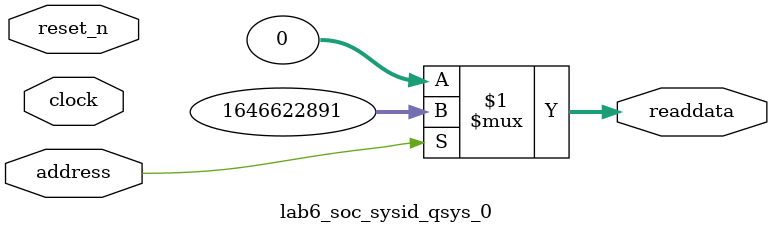
<source format=v>



// synthesis translate_off
`timescale 1ns / 1ps
// synthesis translate_on

// turn off superfluous verilog processor warnings 
// altera message_level Level1 
// altera message_off 10034 10035 10036 10037 10230 10240 10030 

module lab6_soc_sysid_qsys_0 (
               // inputs:
                address,
                clock,
                reset_n,

               // outputs:
                readdata
             )
;

  output  [ 31: 0] readdata;
  input            address;
  input            clock;
  input            reset_n;

  wire    [ 31: 0] readdata;
  //control_slave, which is an e_avalon_slave
  assign readdata = address ? 1646622891 : 0;

endmodule



</source>
